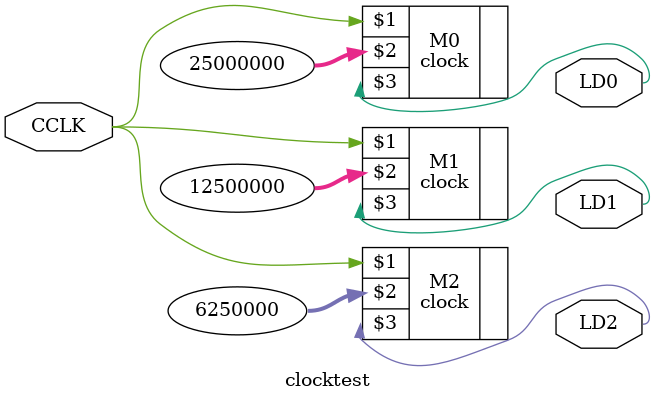
<source format=v>
module clocktest(CCLK, LD0, LD1, LD2);
	input CCLK;
	output reg LD0, LD1, LD2;
	clock M0 (CCLK, 25000000, LD0); //1 Hz de clock
	clock M1 (CCLK, 12500000, LD1); //2 Hz de clock
	clock M2 (CCLK, 6250000, LD2); //4 Hz de clock	
endmodule
	
</source>
